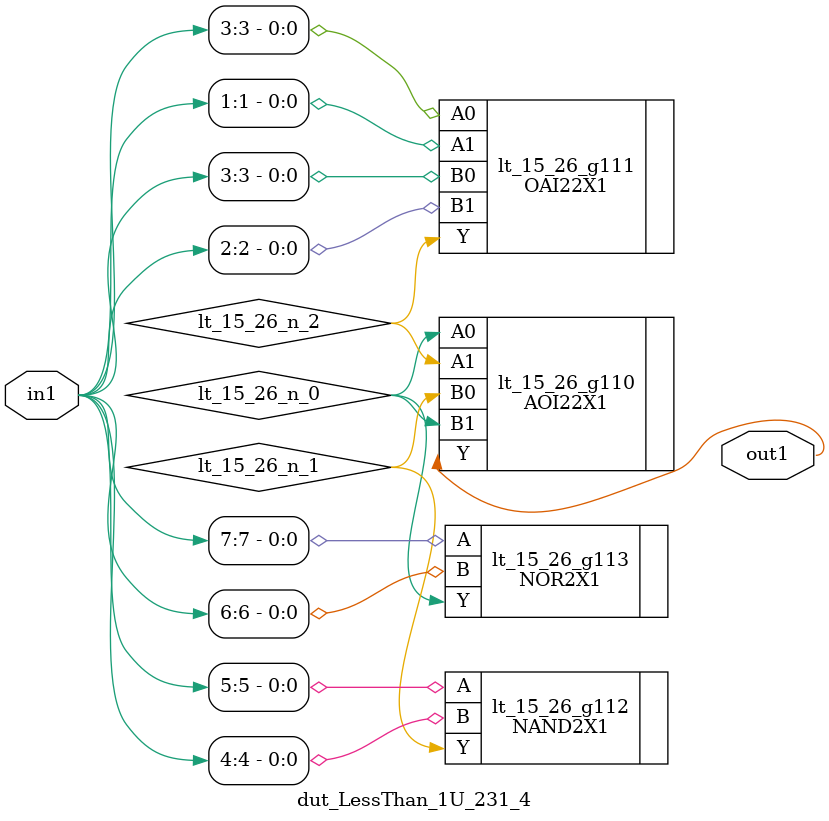
<source format=v>
`timescale 1ps / 1ps


module dut_LessThan_1U_231_4(in1, out1);
  input [7:0] in1;
  output out1;
  wire [7:0] in1;
  wire out1;
  wire lt_15_26_n_0, lt_15_26_n_1, lt_15_26_n_2;
  AOI22X1 lt_15_26_g110(.A0 (lt_15_26_n_0), .A1 (lt_15_26_n_2), .B0
       (lt_15_26_n_1), .B1 (lt_15_26_n_0), .Y (out1));
  OAI22X1 lt_15_26_g111(.A0 (in1[3]), .A1 (in1[1]), .B0 (in1[3]), .B1
       (in1[2]), .Y (lt_15_26_n_2));
  NAND2X1 lt_15_26_g112(.A (in1[5]), .B (in1[4]), .Y (lt_15_26_n_1));
  NOR2X1 lt_15_26_g113(.A (in1[7]), .B (in1[6]), .Y (lt_15_26_n_0));
endmodule



</source>
